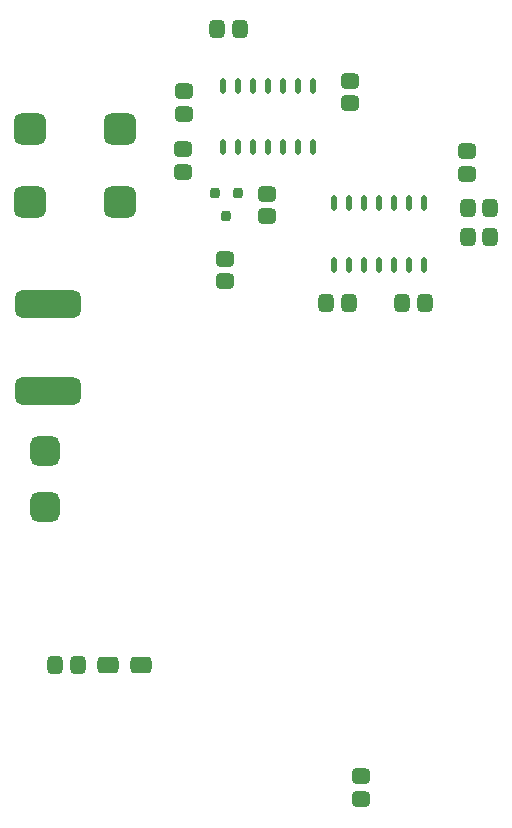
<source format=gtp>
G04*
G04 #@! TF.GenerationSoftware,Altium Limited,Altium Designer,19.1.8 (144)*
G04*
G04 Layer_Color=8421504*
%FSLAX25Y25*%
%MOIN*%
G70*
G01*
G75*
G04:AMPARAMS|DCode=13|XSize=51.18mil|YSize=59.06mil|CornerRadius=12.8mil|HoleSize=0mil|Usage=FLASHONLY|Rotation=90.000|XOffset=0mil|YOffset=0mil|HoleType=Round|Shape=RoundedRectangle|*
%AMROUNDEDRECTD13*
21,1,0.05118,0.03347,0,0,90.0*
21,1,0.02559,0.05906,0,0,90.0*
1,1,0.02559,0.01674,0.01280*
1,1,0.02559,0.01674,-0.01280*
1,1,0.02559,-0.01674,-0.01280*
1,1,0.02559,-0.01674,0.01280*
%
%ADD13ROUNDEDRECTD13*%
G04:AMPARAMS|DCode=14|XSize=51.18mil|YSize=59.06mil|CornerRadius=12.8mil|HoleSize=0mil|Usage=FLASHONLY|Rotation=0.000|XOffset=0mil|YOffset=0mil|HoleType=Round|Shape=RoundedRectangle|*
%AMROUNDEDRECTD14*
21,1,0.05118,0.03347,0,0,0.0*
21,1,0.02559,0.05906,0,0,0.0*
1,1,0.02559,0.01280,-0.01674*
1,1,0.02559,-0.01280,-0.01674*
1,1,0.02559,-0.01280,0.01674*
1,1,0.02559,0.01280,0.01674*
%
%ADD14ROUNDEDRECTD14*%
G04:AMPARAMS|DCode=15|XSize=31.5mil|YSize=35.43mil|CornerRadius=7.87mil|HoleSize=0mil|Usage=FLASHONLY|Rotation=180.000|XOffset=0mil|YOffset=0mil|HoleType=Round|Shape=RoundedRectangle|*
%AMROUNDEDRECTD15*
21,1,0.03150,0.01968,0,0,180.0*
21,1,0.01575,0.03543,0,0,180.0*
1,1,0.01575,-0.00787,0.00984*
1,1,0.01575,0.00787,0.00984*
1,1,0.01575,0.00787,-0.00984*
1,1,0.01575,-0.00787,-0.00984*
%
%ADD15ROUNDEDRECTD15*%
G04:AMPARAMS|DCode=16|XSize=106.3mil|YSize=106.3mil|CornerRadius=26.57mil|HoleSize=0mil|Usage=FLASHONLY|Rotation=180.000|XOffset=0mil|YOffset=0mil|HoleType=Round|Shape=RoundedRectangle|*
%AMROUNDEDRECTD16*
21,1,0.10630,0.05315,0,0,180.0*
21,1,0.05315,0.10630,0,0,180.0*
1,1,0.05315,-0.02657,0.02657*
1,1,0.05315,0.02657,0.02657*
1,1,0.05315,0.02657,-0.02657*
1,1,0.05315,-0.02657,-0.02657*
%
%ADD16ROUNDEDRECTD16*%
%ADD17O,0.02200X0.05200*%
G04:AMPARAMS|DCode=18|XSize=70.87mil|YSize=55.12mil|CornerRadius=13.78mil|HoleSize=0mil|Usage=FLASHONLY|Rotation=0.000|XOffset=0mil|YOffset=0mil|HoleType=Round|Shape=RoundedRectangle|*
%AMROUNDEDRECTD18*
21,1,0.07087,0.02756,0,0,0.0*
21,1,0.04331,0.05512,0,0,0.0*
1,1,0.02756,0.02165,-0.01378*
1,1,0.02756,-0.02165,-0.01378*
1,1,0.02756,-0.02165,0.01378*
1,1,0.02756,0.02165,0.01378*
%
%ADD18ROUNDEDRECTD18*%
G04:AMPARAMS|DCode=19|XSize=90.55mil|YSize=220.47mil|CornerRadius=22.64mil|HoleSize=0mil|Usage=FLASHONLY|Rotation=270.000|XOffset=0mil|YOffset=0mil|HoleType=Round|Shape=RoundedRectangle|*
%AMROUNDEDRECTD19*
21,1,0.09055,0.17520,0,0,270.0*
21,1,0.04528,0.22047,0,0,270.0*
1,1,0.04528,-0.08760,-0.02264*
1,1,0.04528,-0.08760,0.02264*
1,1,0.04528,0.08760,0.02264*
1,1,0.04528,0.08760,-0.02264*
%
%ADD19ROUNDEDRECTD19*%
G04:AMPARAMS|DCode=20|XSize=98.43mil|YSize=98.43mil|CornerRadius=24.61mil|HoleSize=0mil|Usage=FLASHONLY|Rotation=270.000|XOffset=0mil|YOffset=0mil|HoleType=Round|Shape=RoundedRectangle|*
%AMROUNDEDRECTD20*
21,1,0.09843,0.04921,0,0,270.0*
21,1,0.04921,0.09843,0,0,270.0*
1,1,0.04921,-0.02461,-0.02461*
1,1,0.04921,-0.02461,0.02461*
1,1,0.04921,0.02461,0.02461*
1,1,0.04921,0.02461,-0.02461*
%
%ADD20ROUNDEDRECTD20*%
D13*
X446850Y139370D02*
D03*
Y131890D02*
D03*
X387795Y360236D02*
D03*
Y367716D02*
D03*
X387692Y348275D02*
D03*
Y340795D02*
D03*
X415457Y325937D02*
D03*
Y333417D02*
D03*
X443383Y363618D02*
D03*
Y371098D02*
D03*
X482383Y340118D02*
D03*
Y347598D02*
D03*
X401472Y311858D02*
D03*
Y304378D02*
D03*
D14*
X398969Y388479D02*
D03*
X406449D02*
D03*
X490008Y328843D02*
D03*
X482528D02*
D03*
X490008Y319001D02*
D03*
X482528D02*
D03*
X468110Y297244D02*
D03*
X460630D02*
D03*
X442913D02*
D03*
X435433D02*
D03*
X352488Y176555D02*
D03*
X345008D02*
D03*
D15*
X402039Y326031D02*
D03*
X398299Y333906D02*
D03*
X405780D02*
D03*
D16*
X336614Y355197D02*
D03*
X366614D02*
D03*
Y330709D02*
D03*
X336614D02*
D03*
D17*
X400779Y369406D02*
D03*
X405780D02*
D03*
X410779D02*
D03*
X415779D02*
D03*
X420780D02*
D03*
X425779D02*
D03*
X430780D02*
D03*
Y348933D02*
D03*
X425779D02*
D03*
X420780D02*
D03*
X415779D02*
D03*
X410779D02*
D03*
X405780D02*
D03*
X400779D02*
D03*
X438047Y330315D02*
D03*
X443047D02*
D03*
X448047D02*
D03*
X453047D02*
D03*
X458047D02*
D03*
X463047D02*
D03*
X468047D02*
D03*
Y309842D02*
D03*
X463047D02*
D03*
X458047D02*
D03*
X453047D02*
D03*
X448047D02*
D03*
X443047D02*
D03*
X438047D02*
D03*
D18*
X362488Y176555D02*
D03*
X373512D02*
D03*
D19*
X342646Y267874D02*
D03*
Y296614D02*
D03*
D20*
X341646Y229114D02*
D03*
Y247618D02*
D03*
M02*

</source>
